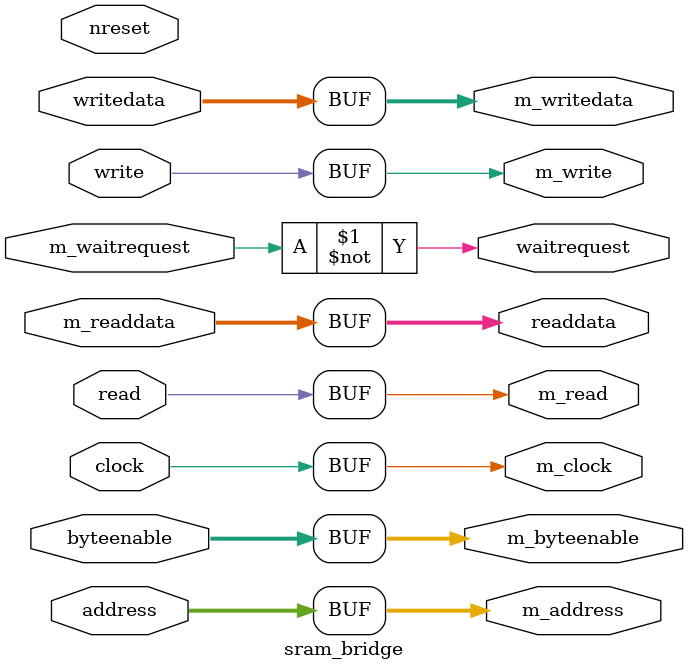
<source format=v>
module sram_bridge #(
  parameter ADDR_WIDTH = 20
)(
  input                   clock,
  input                   nreset,


  /* Avalon MM slave interface */
  input  [ADDR_WIDTH-1:0] address,
  input  [           1:0] byteenable,

  input                   read,
  output [          15:0] readdata,

  input                   write,
  input  [          15:0] writedata,

  output                  waitrequest,


  /* Avalon MM master interface */
  output                  m_clock,
  output [ADDR_WIDTH-1:0] m_address,
  output [           1:0] m_byteenable,

  output                  m_read,
  input  [          15:0] m_readdata,

  output                  m_write,
  output [          15:0] m_writedata,

  input                   m_waitrequest
);


  assign m_clock      = clock;
  assign m_address    = address;
  assign m_byteenable = byteenable;
  assign m_read       = read;
  assign readdata     = m_readdata;
  assign m_write      = write;
  assign m_writedata  = writedata;
  assign waitrequest  = ~m_waitrequest;

endmodule

</source>
